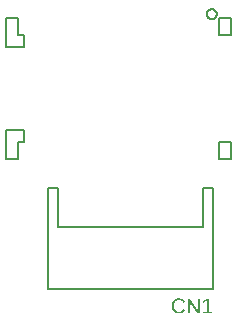
<source format=gto>
G04 EAGLE Gerber RS-274X export*
G75*
%MOMM*%
%FSLAX34Y34*%
%LPD*%
%INSilkscreen Top*%
%IPPOS*%
%AMOC8*
5,1,8,0,0,1.08239X$1,22.5*%
G01*
G04 Define Apertures*
%ADD10C,0.152400*%
%ADD11C,0.200000*%
%ADD12C,0.127000*%
G36*
X50023Y-190200D02*
X48534Y-190200D01*
X48534Y-177859D01*
X50478Y-177859D01*
X57152Y-188440D01*
X57074Y-186959D01*
X57047Y-185952D01*
X57047Y-177859D01*
X58554Y-177859D01*
X58554Y-190200D01*
X56539Y-190200D01*
X49935Y-179690D01*
X49979Y-180539D01*
X50023Y-182002D01*
X50023Y-190200D01*
G37*
G36*
X41022Y-190375D02*
X40563Y-190363D01*
X40120Y-190327D01*
X39693Y-190266D01*
X39282Y-190181D01*
X38887Y-190072D01*
X38507Y-189939D01*
X38143Y-189782D01*
X37794Y-189600D01*
X37464Y-189396D01*
X37154Y-189171D01*
X36864Y-188925D01*
X36594Y-188659D01*
X36345Y-188371D01*
X36116Y-188063D01*
X35907Y-187734D01*
X35718Y-187384D01*
X35551Y-187016D01*
X35406Y-186631D01*
X35283Y-186229D01*
X35183Y-185811D01*
X35105Y-185376D01*
X35049Y-184925D01*
X35016Y-184457D01*
X35005Y-183973D01*
X35011Y-183609D01*
X35030Y-183255D01*
X35061Y-182911D01*
X35104Y-182577D01*
X35160Y-182253D01*
X35229Y-181939D01*
X35310Y-181635D01*
X35403Y-181341D01*
X35509Y-181057D01*
X35627Y-180783D01*
X35901Y-180265D01*
X36225Y-179786D01*
X36599Y-179348D01*
X37016Y-178956D01*
X37472Y-178616D01*
X37715Y-178466D01*
X37967Y-178329D01*
X38228Y-178205D01*
X38499Y-178094D01*
X38780Y-177996D01*
X39070Y-177911D01*
X39370Y-177839D01*
X39680Y-177780D01*
X39999Y-177734D01*
X40327Y-177701D01*
X40665Y-177682D01*
X41013Y-177675D01*
X41496Y-177687D01*
X41958Y-177723D01*
X42400Y-177784D01*
X42822Y-177868D01*
X43223Y-177976D01*
X43604Y-178109D01*
X43965Y-178265D01*
X44306Y-178446D01*
X44626Y-178650D01*
X44924Y-178878D01*
X45200Y-179129D01*
X45454Y-179403D01*
X45686Y-179700D01*
X45896Y-180021D01*
X46084Y-180365D01*
X46251Y-180732D01*
X44665Y-181258D01*
X44550Y-180996D01*
X44418Y-180751D01*
X44270Y-180521D01*
X44106Y-180307D01*
X43925Y-180109D01*
X43728Y-179927D01*
X43515Y-179761D01*
X43286Y-179611D01*
X43043Y-179478D01*
X42789Y-179362D01*
X42523Y-179264D01*
X42247Y-179184D01*
X41959Y-179122D01*
X41661Y-179077D01*
X41351Y-179051D01*
X41031Y-179042D01*
X40532Y-179062D01*
X40063Y-179124D01*
X39621Y-179227D01*
X39209Y-179371D01*
X38824Y-179557D01*
X38469Y-179783D01*
X38141Y-180051D01*
X37842Y-180360D01*
X37576Y-180705D01*
X37344Y-181080D01*
X37149Y-181486D01*
X36988Y-181922D01*
X36864Y-182389D01*
X36775Y-182886D01*
X36722Y-183414D01*
X36704Y-183973D01*
X36722Y-184526D01*
X36778Y-185051D01*
X36871Y-185549D01*
X37000Y-186019D01*
X37167Y-186461D01*
X37371Y-186875D01*
X37612Y-187262D01*
X37891Y-187621D01*
X38200Y-187944D01*
X38536Y-188224D01*
X38898Y-188461D01*
X39286Y-188655D01*
X39701Y-188806D01*
X40141Y-188914D01*
X40608Y-188979D01*
X41101Y-189000D01*
X41420Y-188990D01*
X41729Y-188960D01*
X42028Y-188910D01*
X42316Y-188840D01*
X42595Y-188749D01*
X42864Y-188639D01*
X43123Y-188509D01*
X43371Y-188359D01*
X43610Y-188188D01*
X43838Y-187998D01*
X44057Y-187787D01*
X44265Y-187557D01*
X44463Y-187306D01*
X44652Y-187035D01*
X44830Y-186745D01*
X44998Y-186434D01*
X46364Y-187117D01*
X46164Y-187504D01*
X45945Y-187866D01*
X45706Y-188205D01*
X45448Y-188521D01*
X45171Y-188812D01*
X44874Y-189079D01*
X44558Y-189323D01*
X44223Y-189543D01*
X43871Y-189738D01*
X43506Y-189907D01*
X43126Y-190050D01*
X42733Y-190167D01*
X42326Y-190258D01*
X41905Y-190323D01*
X41470Y-190362D01*
X41022Y-190375D01*
G37*
G36*
X69131Y-190200D02*
X61398Y-190200D01*
X61398Y-188860D01*
X64542Y-188860D01*
X64542Y-179366D01*
X61757Y-181354D01*
X61757Y-179865D01*
X64673Y-177859D01*
X66127Y-177859D01*
X66127Y-188860D01*
X69131Y-188860D01*
X69131Y-190200D01*
G37*
D10*
X69500Y-170000D02*
X69500Y-84500D01*
X69500Y-170000D02*
X-69500Y-170000D01*
X-69500Y-84500D01*
X61500Y-84500D02*
X69500Y-84500D01*
X61500Y-84500D02*
X61500Y-117500D01*
X-61500Y-117500D01*
X-61500Y-84500D01*
X-69500Y-84500D01*
D11*
X64703Y63130D02*
X64705Y63259D01*
X64711Y63388D01*
X64721Y63516D01*
X64735Y63645D01*
X64753Y63772D01*
X64774Y63899D01*
X64800Y64026D01*
X64829Y64151D01*
X64863Y64276D01*
X64900Y64399D01*
X64941Y64522D01*
X64986Y64643D01*
X65034Y64762D01*
X65086Y64880D01*
X65142Y64996D01*
X65201Y65111D01*
X65264Y65223D01*
X65330Y65334D01*
X65400Y65443D01*
X65473Y65549D01*
X65549Y65653D01*
X65628Y65755D01*
X65710Y65854D01*
X65796Y65951D01*
X65884Y66045D01*
X65975Y66136D01*
X66069Y66224D01*
X66166Y66310D01*
X66265Y66392D01*
X66367Y66471D01*
X66471Y66547D01*
X66577Y66620D01*
X66686Y66690D01*
X66796Y66756D01*
X66909Y66819D01*
X67024Y66878D01*
X67140Y66934D01*
X67258Y66986D01*
X67377Y67034D01*
X67498Y67079D01*
X67621Y67120D01*
X67744Y67157D01*
X67869Y67191D01*
X67994Y67220D01*
X68121Y67246D01*
X68248Y67267D01*
X68375Y67285D01*
X68504Y67299D01*
X68632Y67309D01*
X68761Y67315D01*
X68890Y67317D01*
X69019Y67315D01*
X69148Y67309D01*
X69276Y67299D01*
X69405Y67285D01*
X69532Y67267D01*
X69659Y67246D01*
X69786Y67220D01*
X69911Y67191D01*
X70036Y67157D01*
X70159Y67120D01*
X70282Y67079D01*
X70403Y67034D01*
X70522Y66986D01*
X70640Y66934D01*
X70756Y66878D01*
X70871Y66819D01*
X70983Y66756D01*
X71094Y66690D01*
X71203Y66620D01*
X71309Y66547D01*
X71413Y66471D01*
X71515Y66392D01*
X71614Y66310D01*
X71711Y66224D01*
X71805Y66136D01*
X71896Y66045D01*
X71984Y65951D01*
X72070Y65854D01*
X72152Y65755D01*
X72231Y65653D01*
X72307Y65549D01*
X72380Y65443D01*
X72450Y65334D01*
X72516Y65223D01*
X72579Y65111D01*
X72638Y64996D01*
X72694Y64880D01*
X72746Y64762D01*
X72794Y64643D01*
X72839Y64522D01*
X72880Y64399D01*
X72917Y64276D01*
X72951Y64151D01*
X72980Y64026D01*
X73006Y63899D01*
X73027Y63772D01*
X73045Y63645D01*
X73059Y63516D01*
X73069Y63388D01*
X73075Y63259D01*
X73077Y63130D01*
X73075Y63001D01*
X73069Y62872D01*
X73059Y62744D01*
X73045Y62615D01*
X73027Y62488D01*
X73006Y62361D01*
X72980Y62234D01*
X72951Y62109D01*
X72917Y61984D01*
X72880Y61861D01*
X72839Y61738D01*
X72794Y61617D01*
X72746Y61498D01*
X72694Y61380D01*
X72638Y61264D01*
X72579Y61149D01*
X72516Y61037D01*
X72450Y60926D01*
X72380Y60817D01*
X72307Y60711D01*
X72231Y60607D01*
X72152Y60505D01*
X72070Y60406D01*
X71984Y60309D01*
X71896Y60215D01*
X71805Y60124D01*
X71711Y60036D01*
X71614Y59950D01*
X71515Y59868D01*
X71413Y59789D01*
X71309Y59713D01*
X71203Y59640D01*
X71094Y59570D01*
X70984Y59504D01*
X70871Y59441D01*
X70756Y59382D01*
X70640Y59326D01*
X70522Y59274D01*
X70403Y59226D01*
X70282Y59181D01*
X70159Y59140D01*
X70036Y59103D01*
X69911Y59069D01*
X69786Y59040D01*
X69659Y59014D01*
X69532Y58993D01*
X69405Y58975D01*
X69276Y58961D01*
X69148Y58951D01*
X69019Y58945D01*
X68890Y58943D01*
X68761Y58945D01*
X68632Y58951D01*
X68504Y58961D01*
X68375Y58975D01*
X68248Y58993D01*
X68121Y59014D01*
X67994Y59040D01*
X67869Y59069D01*
X67744Y59103D01*
X67621Y59140D01*
X67498Y59181D01*
X67377Y59226D01*
X67258Y59274D01*
X67140Y59326D01*
X67024Y59382D01*
X66909Y59441D01*
X66796Y59504D01*
X66686Y59570D01*
X66577Y59640D01*
X66471Y59713D01*
X66367Y59789D01*
X66265Y59868D01*
X66166Y59950D01*
X66069Y60036D01*
X65975Y60124D01*
X65884Y60215D01*
X65796Y60309D01*
X65710Y60406D01*
X65628Y60505D01*
X65549Y60607D01*
X65473Y60711D01*
X65400Y60817D01*
X65330Y60926D01*
X65264Y61036D01*
X65201Y61149D01*
X65142Y61264D01*
X65086Y61380D01*
X65034Y61498D01*
X64986Y61617D01*
X64941Y61738D01*
X64900Y61861D01*
X64863Y61984D01*
X64829Y62109D01*
X64800Y62234D01*
X64774Y62361D01*
X64753Y62488D01*
X64735Y62615D01*
X64721Y62744D01*
X64711Y62872D01*
X64705Y63001D01*
X64703Y63130D01*
D12*
X85000Y-45000D02*
X85000Y-60000D01*
X75000Y-60000D01*
X75000Y-45000D01*
X85000Y-45000D01*
X75000Y45000D02*
X75000Y60000D01*
X85000Y60000D01*
X85000Y45000D01*
X75000Y45000D01*
X-95000Y60000D02*
X-105000Y60000D01*
X-105000Y35000D01*
X-90000Y35000D01*
X-90000Y-35000D02*
X-105000Y-35000D01*
X-105000Y-60000D01*
X-90000Y35000D02*
X-90000Y45085D01*
X-90160Y45085D01*
X-95000Y45085D01*
X-95000Y60000D01*
X-90000Y-35000D02*
X-90000Y-45085D01*
X-90160Y-45085D01*
X-95000Y-45085D01*
X-95000Y-60000D01*
X-105000Y-60000D01*
M02*

</source>
